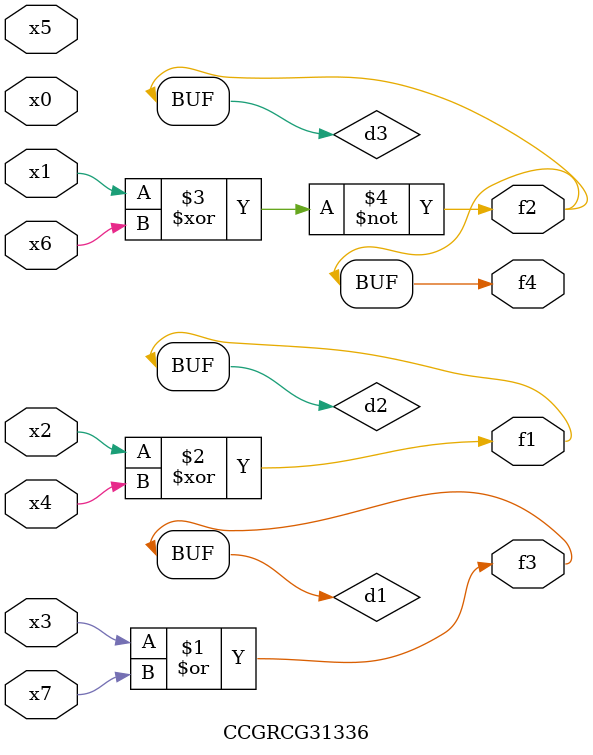
<source format=v>
module CCGRCG31336(
	input x0, x1, x2, x3, x4, x5, x6, x7,
	output f1, f2, f3, f4
);

	wire d1, d2, d3;

	or (d1, x3, x7);
	xor (d2, x2, x4);
	xnor (d3, x1, x6);
	assign f1 = d2;
	assign f2 = d3;
	assign f3 = d1;
	assign f4 = d3;
endmodule

</source>
